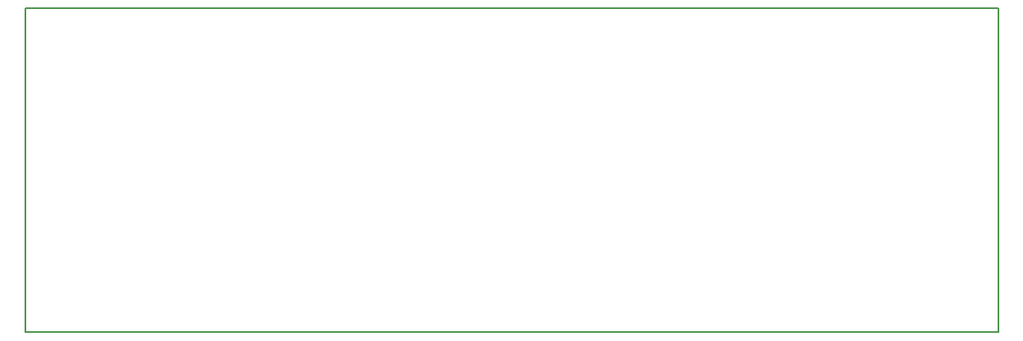
<source format=gbr>
G04 #@! TF.FileFunction,Profile,NP*
%FSLAX46Y46*%
G04 Gerber Fmt 4.6, Leading zero omitted, Abs format (unit mm)*
G04 Created by KiCad (PCBNEW 4.0.6) date 08/15/24 14:35:26*
%MOMM*%
%LPD*%
G01*
G04 APERTURE LIST*
%ADD10C,0.100000*%
%ADD11C,0.150000*%
G04 APERTURE END LIST*
D10*
D11*
X191516000Y-144272000D02*
X90932000Y-144272000D01*
X191516000Y-110744000D02*
X191516000Y-144272000D01*
X90932000Y-110744000D02*
X191516000Y-110744000D01*
X90932000Y-144272000D02*
X90932000Y-110744000D01*
M02*

</source>
